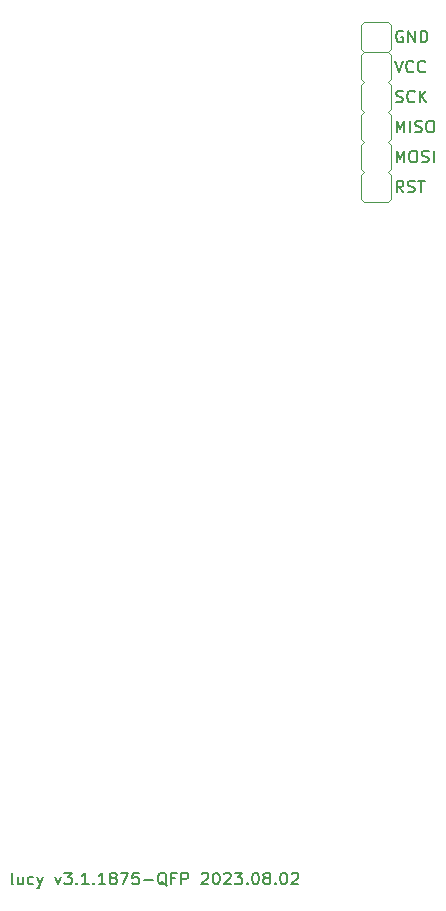
<source format=gbr>
%TF.GenerationSoftware,KiCad,Pcbnew,7.0.1-0*%
%TF.CreationDate,2023-08-02T22:11:56-05:00*%
%TF.ProjectId,pcb,7063622e-6b69-4636-9164-5f7063625858,rev?*%
%TF.SameCoordinates,Original*%
%TF.FileFunction,Legend,Top*%
%TF.FilePolarity,Positive*%
%FSLAX46Y46*%
G04 Gerber Fmt 4.6, Leading zero omitted, Abs format (unit mm)*
G04 Created by KiCad (PCBNEW 7.0.1-0) date 2023-08-02 22:11:56*
%MOMM*%
%LPD*%
G01*
G04 APERTURE LIST*
%ADD10C,0.150000*%
%ADD11C,0.120000*%
G04 APERTURE END LIST*
D10*
X228530952Y-94902619D02*
X228435714Y-94855000D01*
X228435714Y-94855000D02*
X228388095Y-94759761D01*
X228388095Y-94759761D02*
X228388095Y-93902619D01*
X229340476Y-94235952D02*
X229340476Y-94902619D01*
X228911905Y-94235952D02*
X228911905Y-94759761D01*
X228911905Y-94759761D02*
X228959524Y-94855000D01*
X228959524Y-94855000D02*
X229054762Y-94902619D01*
X229054762Y-94902619D02*
X229197619Y-94902619D01*
X229197619Y-94902619D02*
X229292857Y-94855000D01*
X229292857Y-94855000D02*
X229340476Y-94807380D01*
X230245238Y-94855000D02*
X230150000Y-94902619D01*
X230150000Y-94902619D02*
X229959524Y-94902619D01*
X229959524Y-94902619D02*
X229864286Y-94855000D01*
X229864286Y-94855000D02*
X229816667Y-94807380D01*
X229816667Y-94807380D02*
X229769048Y-94712142D01*
X229769048Y-94712142D02*
X229769048Y-94426428D01*
X229769048Y-94426428D02*
X229816667Y-94331190D01*
X229816667Y-94331190D02*
X229864286Y-94283571D01*
X229864286Y-94283571D02*
X229959524Y-94235952D01*
X229959524Y-94235952D02*
X230150000Y-94235952D01*
X230150000Y-94235952D02*
X230245238Y-94283571D01*
X230578572Y-94235952D02*
X230816667Y-94902619D01*
X231054762Y-94235952D02*
X230816667Y-94902619D01*
X230816667Y-94902619D02*
X230721429Y-95140714D01*
X230721429Y-95140714D02*
X230673810Y-95188333D01*
X230673810Y-95188333D02*
X230578572Y-95235952D01*
X232102382Y-94235952D02*
X232340477Y-94902619D01*
X232340477Y-94902619D02*
X232578572Y-94235952D01*
X232864287Y-93902619D02*
X233483334Y-93902619D01*
X233483334Y-93902619D02*
X233150001Y-94283571D01*
X233150001Y-94283571D02*
X233292858Y-94283571D01*
X233292858Y-94283571D02*
X233388096Y-94331190D01*
X233388096Y-94331190D02*
X233435715Y-94378809D01*
X233435715Y-94378809D02*
X233483334Y-94474047D01*
X233483334Y-94474047D02*
X233483334Y-94712142D01*
X233483334Y-94712142D02*
X233435715Y-94807380D01*
X233435715Y-94807380D02*
X233388096Y-94855000D01*
X233388096Y-94855000D02*
X233292858Y-94902619D01*
X233292858Y-94902619D02*
X233007144Y-94902619D01*
X233007144Y-94902619D02*
X232911906Y-94855000D01*
X232911906Y-94855000D02*
X232864287Y-94807380D01*
X233911906Y-94807380D02*
X233959525Y-94855000D01*
X233959525Y-94855000D02*
X233911906Y-94902619D01*
X233911906Y-94902619D02*
X233864287Y-94855000D01*
X233864287Y-94855000D02*
X233911906Y-94807380D01*
X233911906Y-94807380D02*
X233911906Y-94902619D01*
X234911905Y-94902619D02*
X234340477Y-94902619D01*
X234626191Y-94902619D02*
X234626191Y-93902619D01*
X234626191Y-93902619D02*
X234530953Y-94045476D01*
X234530953Y-94045476D02*
X234435715Y-94140714D01*
X234435715Y-94140714D02*
X234340477Y-94188333D01*
X235340477Y-94807380D02*
X235388096Y-94855000D01*
X235388096Y-94855000D02*
X235340477Y-94902619D01*
X235340477Y-94902619D02*
X235292858Y-94855000D01*
X235292858Y-94855000D02*
X235340477Y-94807380D01*
X235340477Y-94807380D02*
X235340477Y-94902619D01*
X236340476Y-94902619D02*
X235769048Y-94902619D01*
X236054762Y-94902619D02*
X236054762Y-93902619D01*
X236054762Y-93902619D02*
X235959524Y-94045476D01*
X235959524Y-94045476D02*
X235864286Y-94140714D01*
X235864286Y-94140714D02*
X235769048Y-94188333D01*
X236911905Y-94331190D02*
X236816667Y-94283571D01*
X236816667Y-94283571D02*
X236769048Y-94235952D01*
X236769048Y-94235952D02*
X236721429Y-94140714D01*
X236721429Y-94140714D02*
X236721429Y-94093095D01*
X236721429Y-94093095D02*
X236769048Y-93997857D01*
X236769048Y-93997857D02*
X236816667Y-93950238D01*
X236816667Y-93950238D02*
X236911905Y-93902619D01*
X236911905Y-93902619D02*
X237102381Y-93902619D01*
X237102381Y-93902619D02*
X237197619Y-93950238D01*
X237197619Y-93950238D02*
X237245238Y-93997857D01*
X237245238Y-93997857D02*
X237292857Y-94093095D01*
X237292857Y-94093095D02*
X237292857Y-94140714D01*
X237292857Y-94140714D02*
X237245238Y-94235952D01*
X237245238Y-94235952D02*
X237197619Y-94283571D01*
X237197619Y-94283571D02*
X237102381Y-94331190D01*
X237102381Y-94331190D02*
X236911905Y-94331190D01*
X236911905Y-94331190D02*
X236816667Y-94378809D01*
X236816667Y-94378809D02*
X236769048Y-94426428D01*
X236769048Y-94426428D02*
X236721429Y-94521666D01*
X236721429Y-94521666D02*
X236721429Y-94712142D01*
X236721429Y-94712142D02*
X236769048Y-94807380D01*
X236769048Y-94807380D02*
X236816667Y-94855000D01*
X236816667Y-94855000D02*
X236911905Y-94902619D01*
X236911905Y-94902619D02*
X237102381Y-94902619D01*
X237102381Y-94902619D02*
X237197619Y-94855000D01*
X237197619Y-94855000D02*
X237245238Y-94807380D01*
X237245238Y-94807380D02*
X237292857Y-94712142D01*
X237292857Y-94712142D02*
X237292857Y-94521666D01*
X237292857Y-94521666D02*
X237245238Y-94426428D01*
X237245238Y-94426428D02*
X237197619Y-94378809D01*
X237197619Y-94378809D02*
X237102381Y-94331190D01*
X237626191Y-93902619D02*
X238292857Y-93902619D01*
X238292857Y-93902619D02*
X237864286Y-94902619D01*
X239150000Y-93902619D02*
X238673810Y-93902619D01*
X238673810Y-93902619D02*
X238626191Y-94378809D01*
X238626191Y-94378809D02*
X238673810Y-94331190D01*
X238673810Y-94331190D02*
X238769048Y-94283571D01*
X238769048Y-94283571D02*
X239007143Y-94283571D01*
X239007143Y-94283571D02*
X239102381Y-94331190D01*
X239102381Y-94331190D02*
X239150000Y-94378809D01*
X239150000Y-94378809D02*
X239197619Y-94474047D01*
X239197619Y-94474047D02*
X239197619Y-94712142D01*
X239197619Y-94712142D02*
X239150000Y-94807380D01*
X239150000Y-94807380D02*
X239102381Y-94855000D01*
X239102381Y-94855000D02*
X239007143Y-94902619D01*
X239007143Y-94902619D02*
X238769048Y-94902619D01*
X238769048Y-94902619D02*
X238673810Y-94855000D01*
X238673810Y-94855000D02*
X238626191Y-94807380D01*
X239626191Y-94521666D02*
X240388096Y-94521666D01*
X241530952Y-94997857D02*
X241435714Y-94950238D01*
X241435714Y-94950238D02*
X241340476Y-94855000D01*
X241340476Y-94855000D02*
X241197619Y-94712142D01*
X241197619Y-94712142D02*
X241102381Y-94664523D01*
X241102381Y-94664523D02*
X241007143Y-94664523D01*
X241054762Y-94902619D02*
X240959524Y-94855000D01*
X240959524Y-94855000D02*
X240864286Y-94759761D01*
X240864286Y-94759761D02*
X240816667Y-94569285D01*
X240816667Y-94569285D02*
X240816667Y-94235952D01*
X240816667Y-94235952D02*
X240864286Y-94045476D01*
X240864286Y-94045476D02*
X240959524Y-93950238D01*
X240959524Y-93950238D02*
X241054762Y-93902619D01*
X241054762Y-93902619D02*
X241245238Y-93902619D01*
X241245238Y-93902619D02*
X241340476Y-93950238D01*
X241340476Y-93950238D02*
X241435714Y-94045476D01*
X241435714Y-94045476D02*
X241483333Y-94235952D01*
X241483333Y-94235952D02*
X241483333Y-94569285D01*
X241483333Y-94569285D02*
X241435714Y-94759761D01*
X241435714Y-94759761D02*
X241340476Y-94855000D01*
X241340476Y-94855000D02*
X241245238Y-94902619D01*
X241245238Y-94902619D02*
X241054762Y-94902619D01*
X242245238Y-94378809D02*
X241911905Y-94378809D01*
X241911905Y-94902619D02*
X241911905Y-93902619D01*
X241911905Y-93902619D02*
X242388095Y-93902619D01*
X242769048Y-94902619D02*
X242769048Y-93902619D01*
X242769048Y-93902619D02*
X243150000Y-93902619D01*
X243150000Y-93902619D02*
X243245238Y-93950238D01*
X243245238Y-93950238D02*
X243292857Y-93997857D01*
X243292857Y-93997857D02*
X243340476Y-94093095D01*
X243340476Y-94093095D02*
X243340476Y-94235952D01*
X243340476Y-94235952D02*
X243292857Y-94331190D01*
X243292857Y-94331190D02*
X243245238Y-94378809D01*
X243245238Y-94378809D02*
X243150000Y-94426428D01*
X243150000Y-94426428D02*
X242769048Y-94426428D01*
X244483334Y-93997857D02*
X244530953Y-93950238D01*
X244530953Y-93950238D02*
X244626191Y-93902619D01*
X244626191Y-93902619D02*
X244864286Y-93902619D01*
X244864286Y-93902619D02*
X244959524Y-93950238D01*
X244959524Y-93950238D02*
X245007143Y-93997857D01*
X245007143Y-93997857D02*
X245054762Y-94093095D01*
X245054762Y-94093095D02*
X245054762Y-94188333D01*
X245054762Y-94188333D02*
X245007143Y-94331190D01*
X245007143Y-94331190D02*
X244435715Y-94902619D01*
X244435715Y-94902619D02*
X245054762Y-94902619D01*
X245673810Y-93902619D02*
X245769048Y-93902619D01*
X245769048Y-93902619D02*
X245864286Y-93950238D01*
X245864286Y-93950238D02*
X245911905Y-93997857D01*
X245911905Y-93997857D02*
X245959524Y-94093095D01*
X245959524Y-94093095D02*
X246007143Y-94283571D01*
X246007143Y-94283571D02*
X246007143Y-94521666D01*
X246007143Y-94521666D02*
X245959524Y-94712142D01*
X245959524Y-94712142D02*
X245911905Y-94807380D01*
X245911905Y-94807380D02*
X245864286Y-94855000D01*
X245864286Y-94855000D02*
X245769048Y-94902619D01*
X245769048Y-94902619D02*
X245673810Y-94902619D01*
X245673810Y-94902619D02*
X245578572Y-94855000D01*
X245578572Y-94855000D02*
X245530953Y-94807380D01*
X245530953Y-94807380D02*
X245483334Y-94712142D01*
X245483334Y-94712142D02*
X245435715Y-94521666D01*
X245435715Y-94521666D02*
X245435715Y-94283571D01*
X245435715Y-94283571D02*
X245483334Y-94093095D01*
X245483334Y-94093095D02*
X245530953Y-93997857D01*
X245530953Y-93997857D02*
X245578572Y-93950238D01*
X245578572Y-93950238D02*
X245673810Y-93902619D01*
X246388096Y-93997857D02*
X246435715Y-93950238D01*
X246435715Y-93950238D02*
X246530953Y-93902619D01*
X246530953Y-93902619D02*
X246769048Y-93902619D01*
X246769048Y-93902619D02*
X246864286Y-93950238D01*
X246864286Y-93950238D02*
X246911905Y-93997857D01*
X246911905Y-93997857D02*
X246959524Y-94093095D01*
X246959524Y-94093095D02*
X246959524Y-94188333D01*
X246959524Y-94188333D02*
X246911905Y-94331190D01*
X246911905Y-94331190D02*
X246340477Y-94902619D01*
X246340477Y-94902619D02*
X246959524Y-94902619D01*
X247292858Y-93902619D02*
X247911905Y-93902619D01*
X247911905Y-93902619D02*
X247578572Y-94283571D01*
X247578572Y-94283571D02*
X247721429Y-94283571D01*
X247721429Y-94283571D02*
X247816667Y-94331190D01*
X247816667Y-94331190D02*
X247864286Y-94378809D01*
X247864286Y-94378809D02*
X247911905Y-94474047D01*
X247911905Y-94474047D02*
X247911905Y-94712142D01*
X247911905Y-94712142D02*
X247864286Y-94807380D01*
X247864286Y-94807380D02*
X247816667Y-94855000D01*
X247816667Y-94855000D02*
X247721429Y-94902619D01*
X247721429Y-94902619D02*
X247435715Y-94902619D01*
X247435715Y-94902619D02*
X247340477Y-94855000D01*
X247340477Y-94855000D02*
X247292858Y-94807380D01*
X248340477Y-94807380D02*
X248388096Y-94855000D01*
X248388096Y-94855000D02*
X248340477Y-94902619D01*
X248340477Y-94902619D02*
X248292858Y-94855000D01*
X248292858Y-94855000D02*
X248340477Y-94807380D01*
X248340477Y-94807380D02*
X248340477Y-94902619D01*
X249007143Y-93902619D02*
X249102381Y-93902619D01*
X249102381Y-93902619D02*
X249197619Y-93950238D01*
X249197619Y-93950238D02*
X249245238Y-93997857D01*
X249245238Y-93997857D02*
X249292857Y-94093095D01*
X249292857Y-94093095D02*
X249340476Y-94283571D01*
X249340476Y-94283571D02*
X249340476Y-94521666D01*
X249340476Y-94521666D02*
X249292857Y-94712142D01*
X249292857Y-94712142D02*
X249245238Y-94807380D01*
X249245238Y-94807380D02*
X249197619Y-94855000D01*
X249197619Y-94855000D02*
X249102381Y-94902619D01*
X249102381Y-94902619D02*
X249007143Y-94902619D01*
X249007143Y-94902619D02*
X248911905Y-94855000D01*
X248911905Y-94855000D02*
X248864286Y-94807380D01*
X248864286Y-94807380D02*
X248816667Y-94712142D01*
X248816667Y-94712142D02*
X248769048Y-94521666D01*
X248769048Y-94521666D02*
X248769048Y-94283571D01*
X248769048Y-94283571D02*
X248816667Y-94093095D01*
X248816667Y-94093095D02*
X248864286Y-93997857D01*
X248864286Y-93997857D02*
X248911905Y-93950238D01*
X248911905Y-93950238D02*
X249007143Y-93902619D01*
X249911905Y-94331190D02*
X249816667Y-94283571D01*
X249816667Y-94283571D02*
X249769048Y-94235952D01*
X249769048Y-94235952D02*
X249721429Y-94140714D01*
X249721429Y-94140714D02*
X249721429Y-94093095D01*
X249721429Y-94093095D02*
X249769048Y-93997857D01*
X249769048Y-93997857D02*
X249816667Y-93950238D01*
X249816667Y-93950238D02*
X249911905Y-93902619D01*
X249911905Y-93902619D02*
X250102381Y-93902619D01*
X250102381Y-93902619D02*
X250197619Y-93950238D01*
X250197619Y-93950238D02*
X250245238Y-93997857D01*
X250245238Y-93997857D02*
X250292857Y-94093095D01*
X250292857Y-94093095D02*
X250292857Y-94140714D01*
X250292857Y-94140714D02*
X250245238Y-94235952D01*
X250245238Y-94235952D02*
X250197619Y-94283571D01*
X250197619Y-94283571D02*
X250102381Y-94331190D01*
X250102381Y-94331190D02*
X249911905Y-94331190D01*
X249911905Y-94331190D02*
X249816667Y-94378809D01*
X249816667Y-94378809D02*
X249769048Y-94426428D01*
X249769048Y-94426428D02*
X249721429Y-94521666D01*
X249721429Y-94521666D02*
X249721429Y-94712142D01*
X249721429Y-94712142D02*
X249769048Y-94807380D01*
X249769048Y-94807380D02*
X249816667Y-94855000D01*
X249816667Y-94855000D02*
X249911905Y-94902619D01*
X249911905Y-94902619D02*
X250102381Y-94902619D01*
X250102381Y-94902619D02*
X250197619Y-94855000D01*
X250197619Y-94855000D02*
X250245238Y-94807380D01*
X250245238Y-94807380D02*
X250292857Y-94712142D01*
X250292857Y-94712142D02*
X250292857Y-94521666D01*
X250292857Y-94521666D02*
X250245238Y-94426428D01*
X250245238Y-94426428D02*
X250197619Y-94378809D01*
X250197619Y-94378809D02*
X250102381Y-94331190D01*
X250721429Y-94807380D02*
X250769048Y-94855000D01*
X250769048Y-94855000D02*
X250721429Y-94902619D01*
X250721429Y-94902619D02*
X250673810Y-94855000D01*
X250673810Y-94855000D02*
X250721429Y-94807380D01*
X250721429Y-94807380D02*
X250721429Y-94902619D01*
X251388095Y-93902619D02*
X251483333Y-93902619D01*
X251483333Y-93902619D02*
X251578571Y-93950238D01*
X251578571Y-93950238D02*
X251626190Y-93997857D01*
X251626190Y-93997857D02*
X251673809Y-94093095D01*
X251673809Y-94093095D02*
X251721428Y-94283571D01*
X251721428Y-94283571D02*
X251721428Y-94521666D01*
X251721428Y-94521666D02*
X251673809Y-94712142D01*
X251673809Y-94712142D02*
X251626190Y-94807380D01*
X251626190Y-94807380D02*
X251578571Y-94855000D01*
X251578571Y-94855000D02*
X251483333Y-94902619D01*
X251483333Y-94902619D02*
X251388095Y-94902619D01*
X251388095Y-94902619D02*
X251292857Y-94855000D01*
X251292857Y-94855000D02*
X251245238Y-94807380D01*
X251245238Y-94807380D02*
X251197619Y-94712142D01*
X251197619Y-94712142D02*
X251150000Y-94521666D01*
X251150000Y-94521666D02*
X251150000Y-94283571D01*
X251150000Y-94283571D02*
X251197619Y-94093095D01*
X251197619Y-94093095D02*
X251245238Y-93997857D01*
X251245238Y-93997857D02*
X251292857Y-93950238D01*
X251292857Y-93950238D02*
X251388095Y-93902619D01*
X252102381Y-93997857D02*
X252150000Y-93950238D01*
X252150000Y-93950238D02*
X252245238Y-93902619D01*
X252245238Y-93902619D02*
X252483333Y-93902619D01*
X252483333Y-93902619D02*
X252578571Y-93950238D01*
X252578571Y-93950238D02*
X252626190Y-93997857D01*
X252626190Y-93997857D02*
X252673809Y-94093095D01*
X252673809Y-94093095D02*
X252673809Y-94188333D01*
X252673809Y-94188333D02*
X252626190Y-94331190D01*
X252626190Y-94331190D02*
X252054762Y-94902619D01*
X252054762Y-94902619D02*
X252673809Y-94902619D01*
%TO.C,J2*%
X260939476Y-28645000D02*
X261082333Y-28692619D01*
X261082333Y-28692619D02*
X261320428Y-28692619D01*
X261320428Y-28692619D02*
X261415666Y-28645000D01*
X261415666Y-28645000D02*
X261463285Y-28597380D01*
X261463285Y-28597380D02*
X261510904Y-28502142D01*
X261510904Y-28502142D02*
X261510904Y-28406904D01*
X261510904Y-28406904D02*
X261463285Y-28311666D01*
X261463285Y-28311666D02*
X261415666Y-28264047D01*
X261415666Y-28264047D02*
X261320428Y-28216428D01*
X261320428Y-28216428D02*
X261129952Y-28168809D01*
X261129952Y-28168809D02*
X261034714Y-28121190D01*
X261034714Y-28121190D02*
X260987095Y-28073571D01*
X260987095Y-28073571D02*
X260939476Y-27978333D01*
X260939476Y-27978333D02*
X260939476Y-27883095D01*
X260939476Y-27883095D02*
X260987095Y-27787857D01*
X260987095Y-27787857D02*
X261034714Y-27740238D01*
X261034714Y-27740238D02*
X261129952Y-27692619D01*
X261129952Y-27692619D02*
X261368047Y-27692619D01*
X261368047Y-27692619D02*
X261510904Y-27740238D01*
X262510904Y-28597380D02*
X262463285Y-28645000D01*
X262463285Y-28645000D02*
X262320428Y-28692619D01*
X262320428Y-28692619D02*
X262225190Y-28692619D01*
X262225190Y-28692619D02*
X262082333Y-28645000D01*
X262082333Y-28645000D02*
X261987095Y-28549761D01*
X261987095Y-28549761D02*
X261939476Y-28454523D01*
X261939476Y-28454523D02*
X261891857Y-28264047D01*
X261891857Y-28264047D02*
X261891857Y-28121190D01*
X261891857Y-28121190D02*
X261939476Y-27930714D01*
X261939476Y-27930714D02*
X261987095Y-27835476D01*
X261987095Y-27835476D02*
X262082333Y-27740238D01*
X262082333Y-27740238D02*
X262225190Y-27692619D01*
X262225190Y-27692619D02*
X262320428Y-27692619D01*
X262320428Y-27692619D02*
X262463285Y-27740238D01*
X262463285Y-27740238D02*
X262510904Y-27787857D01*
X262939476Y-28692619D02*
X262939476Y-27692619D01*
X263510904Y-28692619D02*
X263082333Y-28121190D01*
X263510904Y-27692619D02*
X262939476Y-28264047D01*
X260987095Y-33772619D02*
X260987095Y-32772619D01*
X260987095Y-32772619D02*
X261320428Y-33486904D01*
X261320428Y-33486904D02*
X261653761Y-32772619D01*
X261653761Y-32772619D02*
X261653761Y-33772619D01*
X262320428Y-32772619D02*
X262510904Y-32772619D01*
X262510904Y-32772619D02*
X262606142Y-32820238D01*
X262606142Y-32820238D02*
X262701380Y-32915476D01*
X262701380Y-32915476D02*
X262748999Y-33105952D01*
X262748999Y-33105952D02*
X262748999Y-33439285D01*
X262748999Y-33439285D02*
X262701380Y-33629761D01*
X262701380Y-33629761D02*
X262606142Y-33725000D01*
X262606142Y-33725000D02*
X262510904Y-33772619D01*
X262510904Y-33772619D02*
X262320428Y-33772619D01*
X262320428Y-33772619D02*
X262225190Y-33725000D01*
X262225190Y-33725000D02*
X262129952Y-33629761D01*
X262129952Y-33629761D02*
X262082333Y-33439285D01*
X262082333Y-33439285D02*
X262082333Y-33105952D01*
X262082333Y-33105952D02*
X262129952Y-32915476D01*
X262129952Y-32915476D02*
X262225190Y-32820238D01*
X262225190Y-32820238D02*
X262320428Y-32772619D01*
X263129952Y-33725000D02*
X263272809Y-33772619D01*
X263272809Y-33772619D02*
X263510904Y-33772619D01*
X263510904Y-33772619D02*
X263606142Y-33725000D01*
X263606142Y-33725000D02*
X263653761Y-33677380D01*
X263653761Y-33677380D02*
X263701380Y-33582142D01*
X263701380Y-33582142D02*
X263701380Y-33486904D01*
X263701380Y-33486904D02*
X263653761Y-33391666D01*
X263653761Y-33391666D02*
X263606142Y-33344047D01*
X263606142Y-33344047D02*
X263510904Y-33296428D01*
X263510904Y-33296428D02*
X263320428Y-33248809D01*
X263320428Y-33248809D02*
X263225190Y-33201190D01*
X263225190Y-33201190D02*
X263177571Y-33153571D01*
X263177571Y-33153571D02*
X263129952Y-33058333D01*
X263129952Y-33058333D02*
X263129952Y-32963095D01*
X263129952Y-32963095D02*
X263177571Y-32867857D01*
X263177571Y-32867857D02*
X263225190Y-32820238D01*
X263225190Y-32820238D02*
X263320428Y-32772619D01*
X263320428Y-32772619D02*
X263558523Y-32772619D01*
X263558523Y-32772619D02*
X263701380Y-32820238D01*
X264129952Y-33772619D02*
X264129952Y-32772619D01*
X261558523Y-36312619D02*
X261225190Y-35836428D01*
X260987095Y-36312619D02*
X260987095Y-35312619D01*
X260987095Y-35312619D02*
X261368047Y-35312619D01*
X261368047Y-35312619D02*
X261463285Y-35360238D01*
X261463285Y-35360238D02*
X261510904Y-35407857D01*
X261510904Y-35407857D02*
X261558523Y-35503095D01*
X261558523Y-35503095D02*
X261558523Y-35645952D01*
X261558523Y-35645952D02*
X261510904Y-35741190D01*
X261510904Y-35741190D02*
X261463285Y-35788809D01*
X261463285Y-35788809D02*
X261368047Y-35836428D01*
X261368047Y-35836428D02*
X260987095Y-35836428D01*
X261939476Y-36265000D02*
X262082333Y-36312619D01*
X262082333Y-36312619D02*
X262320428Y-36312619D01*
X262320428Y-36312619D02*
X262415666Y-36265000D01*
X262415666Y-36265000D02*
X262463285Y-36217380D01*
X262463285Y-36217380D02*
X262510904Y-36122142D01*
X262510904Y-36122142D02*
X262510904Y-36026904D01*
X262510904Y-36026904D02*
X262463285Y-35931666D01*
X262463285Y-35931666D02*
X262415666Y-35884047D01*
X262415666Y-35884047D02*
X262320428Y-35836428D01*
X262320428Y-35836428D02*
X262129952Y-35788809D01*
X262129952Y-35788809D02*
X262034714Y-35741190D01*
X262034714Y-35741190D02*
X261987095Y-35693571D01*
X261987095Y-35693571D02*
X261939476Y-35598333D01*
X261939476Y-35598333D02*
X261939476Y-35503095D01*
X261939476Y-35503095D02*
X261987095Y-35407857D01*
X261987095Y-35407857D02*
X262034714Y-35360238D01*
X262034714Y-35360238D02*
X262129952Y-35312619D01*
X262129952Y-35312619D02*
X262368047Y-35312619D01*
X262368047Y-35312619D02*
X262510904Y-35360238D01*
X262796619Y-35312619D02*
X263368047Y-35312619D01*
X263082333Y-36312619D02*
X263082333Y-35312619D01*
X260987095Y-31232619D02*
X260987095Y-30232619D01*
X260987095Y-30232619D02*
X261320428Y-30946904D01*
X261320428Y-30946904D02*
X261653761Y-30232619D01*
X261653761Y-30232619D02*
X261653761Y-31232619D01*
X262129952Y-31232619D02*
X262129952Y-30232619D01*
X262558523Y-31185000D02*
X262701380Y-31232619D01*
X262701380Y-31232619D02*
X262939475Y-31232619D01*
X262939475Y-31232619D02*
X263034713Y-31185000D01*
X263034713Y-31185000D02*
X263082332Y-31137380D01*
X263082332Y-31137380D02*
X263129951Y-31042142D01*
X263129951Y-31042142D02*
X263129951Y-30946904D01*
X263129951Y-30946904D02*
X263082332Y-30851666D01*
X263082332Y-30851666D02*
X263034713Y-30804047D01*
X263034713Y-30804047D02*
X262939475Y-30756428D01*
X262939475Y-30756428D02*
X262748999Y-30708809D01*
X262748999Y-30708809D02*
X262653761Y-30661190D01*
X262653761Y-30661190D02*
X262606142Y-30613571D01*
X262606142Y-30613571D02*
X262558523Y-30518333D01*
X262558523Y-30518333D02*
X262558523Y-30423095D01*
X262558523Y-30423095D02*
X262606142Y-30327857D01*
X262606142Y-30327857D02*
X262653761Y-30280238D01*
X262653761Y-30280238D02*
X262748999Y-30232619D01*
X262748999Y-30232619D02*
X262987094Y-30232619D01*
X262987094Y-30232619D02*
X263129951Y-30280238D01*
X263748999Y-30232619D02*
X263939475Y-30232619D01*
X263939475Y-30232619D02*
X264034713Y-30280238D01*
X264034713Y-30280238D02*
X264129951Y-30375476D01*
X264129951Y-30375476D02*
X264177570Y-30565952D01*
X264177570Y-30565952D02*
X264177570Y-30899285D01*
X264177570Y-30899285D02*
X264129951Y-31089761D01*
X264129951Y-31089761D02*
X264034713Y-31185000D01*
X264034713Y-31185000D02*
X263939475Y-31232619D01*
X263939475Y-31232619D02*
X263748999Y-31232619D01*
X263748999Y-31232619D02*
X263653761Y-31185000D01*
X263653761Y-31185000D02*
X263558523Y-31089761D01*
X263558523Y-31089761D02*
X263510904Y-30899285D01*
X263510904Y-30899285D02*
X263510904Y-30565952D01*
X263510904Y-30565952D02*
X263558523Y-30375476D01*
X263558523Y-30375476D02*
X263653761Y-30280238D01*
X263653761Y-30280238D02*
X263748999Y-30232619D01*
X260844238Y-25152619D02*
X261177571Y-26152619D01*
X261177571Y-26152619D02*
X261510904Y-25152619D01*
X262415666Y-26057380D02*
X262368047Y-26105000D01*
X262368047Y-26105000D02*
X262225190Y-26152619D01*
X262225190Y-26152619D02*
X262129952Y-26152619D01*
X262129952Y-26152619D02*
X261987095Y-26105000D01*
X261987095Y-26105000D02*
X261891857Y-26009761D01*
X261891857Y-26009761D02*
X261844238Y-25914523D01*
X261844238Y-25914523D02*
X261796619Y-25724047D01*
X261796619Y-25724047D02*
X261796619Y-25581190D01*
X261796619Y-25581190D02*
X261844238Y-25390714D01*
X261844238Y-25390714D02*
X261891857Y-25295476D01*
X261891857Y-25295476D02*
X261987095Y-25200238D01*
X261987095Y-25200238D02*
X262129952Y-25152619D01*
X262129952Y-25152619D02*
X262225190Y-25152619D01*
X262225190Y-25152619D02*
X262368047Y-25200238D01*
X262368047Y-25200238D02*
X262415666Y-25247857D01*
X263415666Y-26057380D02*
X263368047Y-26105000D01*
X263368047Y-26105000D02*
X263225190Y-26152619D01*
X263225190Y-26152619D02*
X263129952Y-26152619D01*
X263129952Y-26152619D02*
X262987095Y-26105000D01*
X262987095Y-26105000D02*
X262891857Y-26009761D01*
X262891857Y-26009761D02*
X262844238Y-25914523D01*
X262844238Y-25914523D02*
X262796619Y-25724047D01*
X262796619Y-25724047D02*
X262796619Y-25581190D01*
X262796619Y-25581190D02*
X262844238Y-25390714D01*
X262844238Y-25390714D02*
X262891857Y-25295476D01*
X262891857Y-25295476D02*
X262987095Y-25200238D01*
X262987095Y-25200238D02*
X263129952Y-25152619D01*
X263129952Y-25152619D02*
X263225190Y-25152619D01*
X263225190Y-25152619D02*
X263368047Y-25200238D01*
X263368047Y-25200238D02*
X263415666Y-25247857D01*
X261510904Y-22660238D02*
X261415666Y-22612619D01*
X261415666Y-22612619D02*
X261272809Y-22612619D01*
X261272809Y-22612619D02*
X261129952Y-22660238D01*
X261129952Y-22660238D02*
X261034714Y-22755476D01*
X261034714Y-22755476D02*
X260987095Y-22850714D01*
X260987095Y-22850714D02*
X260939476Y-23041190D01*
X260939476Y-23041190D02*
X260939476Y-23184047D01*
X260939476Y-23184047D02*
X260987095Y-23374523D01*
X260987095Y-23374523D02*
X261034714Y-23469761D01*
X261034714Y-23469761D02*
X261129952Y-23565000D01*
X261129952Y-23565000D02*
X261272809Y-23612619D01*
X261272809Y-23612619D02*
X261368047Y-23612619D01*
X261368047Y-23612619D02*
X261510904Y-23565000D01*
X261510904Y-23565000D02*
X261558523Y-23517380D01*
X261558523Y-23517380D02*
X261558523Y-23184047D01*
X261558523Y-23184047D02*
X261368047Y-23184047D01*
X261987095Y-23612619D02*
X261987095Y-22612619D01*
X261987095Y-22612619D02*
X262558523Y-23612619D01*
X262558523Y-23612619D02*
X262558523Y-22612619D01*
X263034714Y-23612619D02*
X263034714Y-22612619D01*
X263034714Y-22612619D02*
X263272809Y-22612619D01*
X263272809Y-22612619D02*
X263415666Y-22660238D01*
X263415666Y-22660238D02*
X263510904Y-22755476D01*
X263510904Y-22755476D02*
X263558523Y-22850714D01*
X263558523Y-22850714D02*
X263606142Y-23041190D01*
X263606142Y-23041190D02*
X263606142Y-23184047D01*
X263606142Y-23184047D02*
X263558523Y-23374523D01*
X263558523Y-23374523D02*
X263510904Y-23469761D01*
X263510904Y-23469761D02*
X263415666Y-23565000D01*
X263415666Y-23565000D02*
X263272809Y-23612619D01*
X263272809Y-23612619D02*
X263034714Y-23612619D01*
D11*
X260495000Y-36866000D02*
X260241000Y-37120000D01*
X260495000Y-34834000D02*
X260495000Y-36866000D01*
X260495000Y-34834000D02*
X260241000Y-34580000D01*
X260495000Y-34326000D02*
X260241000Y-34580000D01*
X260495000Y-32294000D02*
X260495000Y-34326000D01*
X260495000Y-32294000D02*
X260241000Y-32040000D01*
X260495000Y-31786000D02*
X260241000Y-32040000D01*
X260495000Y-29754000D02*
X260495000Y-31786000D01*
X260495000Y-29754000D02*
X260241000Y-29500000D01*
X260495000Y-29246000D02*
X260241000Y-29500000D01*
X260495000Y-27214000D02*
X260495000Y-29246000D01*
X260495000Y-27214000D02*
X260241000Y-26960000D01*
X260495000Y-26706000D02*
X260241000Y-26960000D01*
X260495000Y-24674000D02*
X260495000Y-26706000D01*
X260495000Y-24674000D02*
X260241000Y-24420000D01*
X260495000Y-24166000D02*
X260495000Y-22134000D01*
X260495000Y-24166000D02*
X260241000Y-24420000D01*
X260495000Y-22134000D02*
X260241000Y-21880000D01*
X260241000Y-21880000D02*
X258209000Y-21880000D01*
X258209000Y-37120000D02*
X260241000Y-37120000D01*
X258209000Y-24420000D02*
X260241000Y-24420000D01*
X257955000Y-36866000D02*
X258209000Y-37120000D01*
X257955000Y-34834000D02*
X258209000Y-34580000D01*
X257955000Y-34834000D02*
X257955000Y-36866000D01*
X257955000Y-34326000D02*
X258209000Y-34580000D01*
X257955000Y-32294000D02*
X258209000Y-32040000D01*
X257955000Y-32294000D02*
X257955000Y-34326000D01*
X257955000Y-31786000D02*
X258209000Y-32040000D01*
X257955000Y-29754000D02*
X258209000Y-29500000D01*
X257955000Y-29754000D02*
X257955000Y-31786000D01*
X257955000Y-29246000D02*
X258209000Y-29500000D01*
X257955000Y-27214000D02*
X258209000Y-26960000D01*
X257955000Y-27214000D02*
X257955000Y-29246000D01*
X257955000Y-26706000D02*
X258209000Y-26960000D01*
X257955000Y-24674000D02*
X258209000Y-24420000D01*
X257955000Y-24674000D02*
X257955000Y-26706000D01*
X257955000Y-24166000D02*
X258209000Y-24420000D01*
X257955000Y-24166000D02*
X257955000Y-22134000D01*
X257955000Y-22134000D02*
X258209000Y-21880000D01*
%TD*%
M02*

</source>
